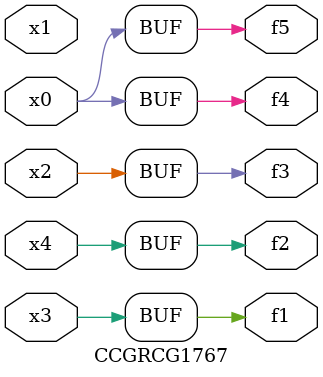
<source format=v>
module CCGRCG1767(
	input x0, x1, x2, x3, x4,
	output f1, f2, f3, f4, f5
);
	assign f1 = x3;
	assign f2 = x4;
	assign f3 = x2;
	assign f4 = x0;
	assign f5 = x0;
endmodule

</source>
